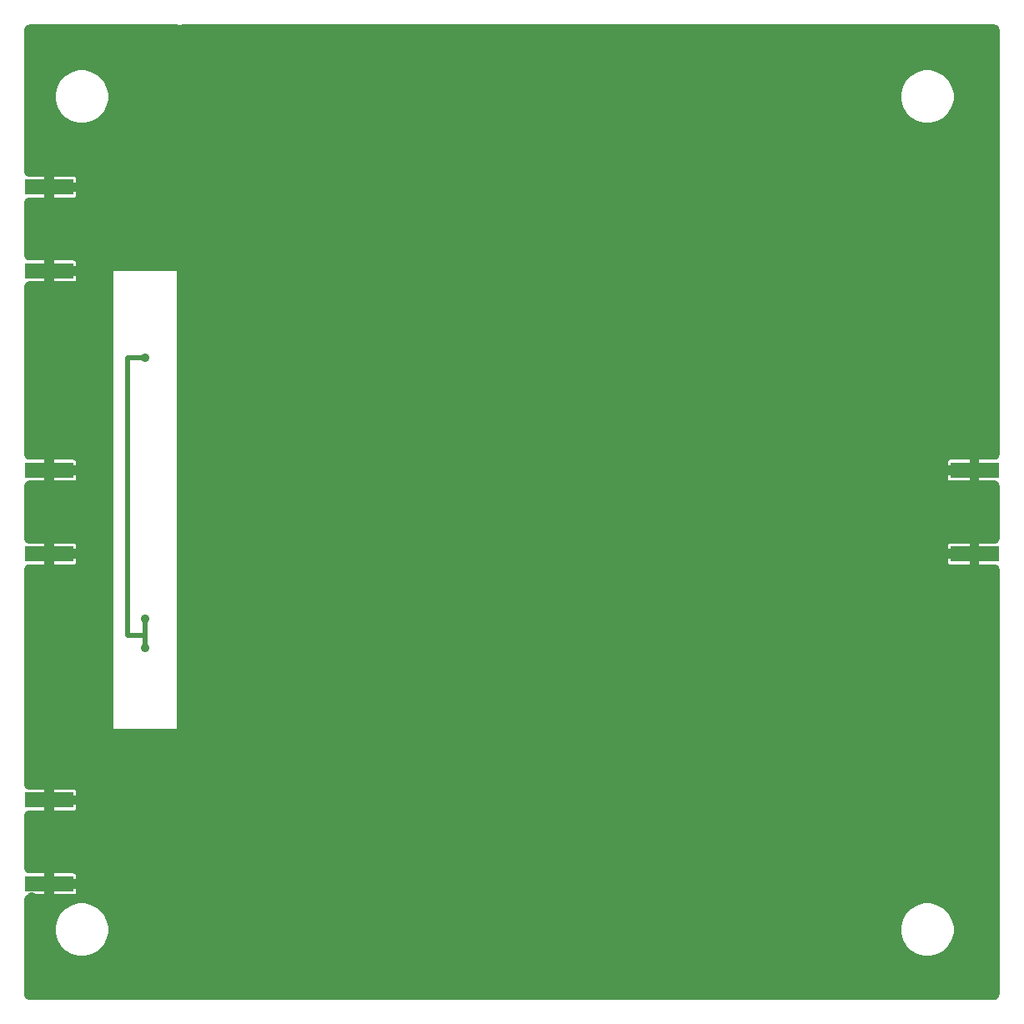
<source format=gbr>
G04 EAGLE Gerber X2 export*
G75*
%MOMM*%
%FSLAX34Y34*%
%LPD*%
%AMOC8*
5,1,8,0,0,1.08239X$1,22.5*%
G01*
%ADD10R,4.902200X1.600200*%
%ADD11C,0.914400*%
%ADD12C,0.508000*%

G36*
X990185Y5012D02*
X990185Y5012D01*
X990370Y5014D01*
X990500Y5032D01*
X990631Y5041D01*
X990812Y5076D01*
X990996Y5101D01*
X991122Y5135D01*
X991252Y5160D01*
X991428Y5218D01*
X991606Y5266D01*
X991727Y5316D01*
X991852Y5357D01*
X992020Y5436D01*
X992190Y5506D01*
X992305Y5571D01*
X992423Y5627D01*
X992579Y5727D01*
X992740Y5819D01*
X992845Y5897D01*
X992956Y5968D01*
X993098Y6087D01*
X993246Y6198D01*
X993340Y6289D01*
X993441Y6373D01*
X993567Y6509D01*
X993700Y6638D01*
X993782Y6740D01*
X993871Y6837D01*
X993979Y6987D01*
X994094Y7131D01*
X994163Y7244D01*
X994239Y7350D01*
X994327Y7513D01*
X994424Y7671D01*
X994477Y7791D01*
X994540Y7906D01*
X994606Y8079D01*
X994682Y8248D01*
X994720Y8373D01*
X994768Y8496D01*
X994812Y8676D01*
X994866Y8853D01*
X994888Y8982D01*
X994919Y9110D01*
X994941Y9293D01*
X994972Y9476D01*
X994980Y9629D01*
X994992Y9737D01*
X994991Y9846D01*
X994999Y10000D01*
X994999Y441914D01*
X994988Y442099D01*
X994986Y442284D01*
X994968Y442414D01*
X994959Y442545D01*
X994924Y442726D01*
X994899Y442910D01*
X994865Y443036D01*
X994840Y443166D01*
X994782Y443342D01*
X994734Y443520D01*
X994684Y443641D01*
X994643Y443766D01*
X994564Y443934D01*
X994494Y444104D01*
X994429Y444219D01*
X994373Y444337D01*
X994273Y444493D01*
X994182Y444654D01*
X994103Y444759D01*
X994032Y444870D01*
X993913Y445012D01*
X993802Y445160D01*
X993711Y445254D01*
X993627Y445355D01*
X993491Y445481D01*
X993362Y445614D01*
X993260Y445696D01*
X993163Y445785D01*
X993013Y445893D01*
X992869Y446008D01*
X992756Y446077D01*
X992650Y446153D01*
X992487Y446241D01*
X992329Y446338D01*
X992209Y446391D01*
X992094Y446454D01*
X991921Y446520D01*
X991752Y446596D01*
X991627Y446634D01*
X991504Y446682D01*
X991324Y446726D01*
X991147Y446780D01*
X991018Y446802D01*
X990890Y446833D01*
X990707Y446855D01*
X990524Y446886D01*
X990371Y446894D01*
X990263Y446906D01*
X990154Y446905D01*
X990000Y446913D01*
X974608Y446913D01*
X974608Y457455D01*
X974608Y467997D01*
X990000Y467997D01*
X990185Y468008D01*
X990370Y468010D01*
X990500Y468028D01*
X990631Y468037D01*
X990812Y468072D01*
X990996Y468097D01*
X991122Y468131D01*
X991252Y468156D01*
X991428Y468214D01*
X991606Y468262D01*
X991727Y468312D01*
X991852Y468353D01*
X992020Y468432D01*
X992190Y468502D01*
X992305Y468567D01*
X992423Y468623D01*
X992579Y468723D01*
X992740Y468814D01*
X992845Y468893D01*
X992956Y468964D01*
X993098Y469083D01*
X993246Y469194D01*
X993340Y469285D01*
X993441Y469369D01*
X993567Y469505D01*
X993700Y469634D01*
X993782Y469736D01*
X993871Y469833D01*
X993979Y469983D01*
X994094Y470127D01*
X994163Y470240D01*
X994239Y470346D01*
X994327Y470509D01*
X994424Y470667D01*
X994477Y470787D01*
X994540Y470902D01*
X994606Y471075D01*
X994682Y471244D01*
X994720Y471369D01*
X994768Y471492D01*
X994812Y471672D01*
X994866Y471849D01*
X994888Y471978D01*
X994919Y472106D01*
X994941Y472289D01*
X994972Y472472D01*
X994980Y472625D01*
X994992Y472733D01*
X994991Y472842D01*
X994999Y472996D01*
X994999Y527004D01*
X994988Y527189D01*
X994986Y527374D01*
X994968Y527504D01*
X994959Y527635D01*
X994924Y527816D01*
X994899Y528000D01*
X994865Y528126D01*
X994840Y528256D01*
X994782Y528432D01*
X994734Y528610D01*
X994684Y528731D01*
X994643Y528856D01*
X994564Y529024D01*
X994494Y529194D01*
X994429Y529309D01*
X994373Y529427D01*
X994273Y529583D01*
X994182Y529744D01*
X994103Y529849D01*
X994032Y529960D01*
X993913Y530102D01*
X993802Y530250D01*
X993711Y530344D01*
X993627Y530445D01*
X993491Y530571D01*
X993362Y530704D01*
X993260Y530786D01*
X993163Y530875D01*
X993013Y530983D01*
X992869Y531098D01*
X992756Y531167D01*
X992650Y531243D01*
X992487Y531331D01*
X992329Y531428D01*
X992209Y531481D01*
X992094Y531544D01*
X991921Y531610D01*
X991752Y531686D01*
X991627Y531724D01*
X991504Y531772D01*
X991324Y531816D01*
X991147Y531870D01*
X991018Y531892D01*
X990890Y531923D01*
X990707Y531945D01*
X990524Y531976D01*
X990371Y531984D01*
X990263Y531996D01*
X990154Y531995D01*
X990000Y532003D01*
X974608Y532003D01*
X974608Y542545D01*
X974608Y553087D01*
X990000Y553087D01*
X990185Y553098D01*
X990370Y553100D01*
X990500Y553118D01*
X990631Y553127D01*
X990812Y553162D01*
X990996Y553187D01*
X991122Y553221D01*
X991252Y553246D01*
X991428Y553304D01*
X991606Y553352D01*
X991727Y553402D01*
X991852Y553443D01*
X992020Y553522D01*
X992190Y553592D01*
X992305Y553657D01*
X992423Y553713D01*
X992579Y553813D01*
X992740Y553904D01*
X992845Y553983D01*
X992956Y554054D01*
X993098Y554173D01*
X993246Y554284D01*
X993340Y554375D01*
X993441Y554459D01*
X993567Y554595D01*
X993700Y554724D01*
X993782Y554826D01*
X993871Y554923D01*
X993979Y555073D01*
X994094Y555217D01*
X994163Y555330D01*
X994239Y555436D01*
X994327Y555599D01*
X994424Y555757D01*
X994477Y555877D01*
X994540Y555992D01*
X994606Y556165D01*
X994682Y556334D01*
X994720Y556459D01*
X994768Y556582D01*
X994812Y556762D01*
X994866Y556939D01*
X994888Y557068D01*
X994919Y557196D01*
X994941Y557379D01*
X994972Y557562D01*
X994980Y557715D01*
X994992Y557823D01*
X994991Y557932D01*
X994999Y558086D01*
X994999Y990000D01*
X994988Y990185D01*
X994986Y990370D01*
X994968Y990500D01*
X994959Y990631D01*
X994924Y990812D01*
X994899Y990996D01*
X994865Y991122D01*
X994840Y991252D01*
X994782Y991428D01*
X994734Y991606D01*
X994684Y991727D01*
X994643Y991852D01*
X994564Y992020D01*
X994494Y992190D01*
X994429Y992305D01*
X994373Y992423D01*
X994273Y992579D01*
X994182Y992740D01*
X994103Y992845D01*
X994032Y992956D01*
X993913Y993098D01*
X993802Y993246D01*
X993711Y993340D01*
X993627Y993441D01*
X993491Y993567D01*
X993362Y993700D01*
X993260Y993782D01*
X993163Y993871D01*
X993013Y993979D01*
X992869Y994094D01*
X992756Y994163D01*
X992650Y994239D01*
X992487Y994327D01*
X992329Y994424D01*
X992209Y994477D01*
X992094Y994540D01*
X991921Y994606D01*
X991752Y994682D01*
X991627Y994720D01*
X991504Y994768D01*
X991324Y994812D01*
X991147Y994866D01*
X991018Y994888D01*
X990890Y994919D01*
X990707Y994941D01*
X990524Y994972D01*
X990371Y994980D01*
X990263Y994992D01*
X990154Y994991D01*
X990000Y994999D01*
X165000Y994999D01*
X164815Y994988D01*
X164630Y994986D01*
X164500Y994968D01*
X164369Y994959D01*
X164188Y994924D01*
X164004Y994899D01*
X163878Y994865D01*
X163748Y994840D01*
X163572Y994782D01*
X163394Y994734D01*
X163273Y994684D01*
X163148Y994643D01*
X162980Y994564D01*
X162810Y994494D01*
X162695Y994429D01*
X162577Y994373D01*
X162497Y994322D01*
X162487Y994327D01*
X162329Y994424D01*
X162209Y994477D01*
X162094Y994540D01*
X161921Y994606D01*
X161752Y994682D01*
X161627Y994720D01*
X161504Y994768D01*
X161324Y994812D01*
X161147Y994866D01*
X161018Y994888D01*
X160890Y994919D01*
X160707Y994941D01*
X160524Y994972D01*
X160371Y994980D01*
X160263Y994992D01*
X160154Y994991D01*
X160000Y994999D01*
X10000Y994999D01*
X9815Y994988D01*
X9630Y994986D01*
X9500Y994968D01*
X9369Y994959D01*
X9188Y994924D01*
X9004Y994899D01*
X8878Y994865D01*
X8748Y994840D01*
X8572Y994782D01*
X8394Y994734D01*
X8273Y994684D01*
X8148Y994643D01*
X7980Y994564D01*
X7810Y994494D01*
X7695Y994429D01*
X7577Y994373D01*
X7421Y994273D01*
X7260Y994182D01*
X7155Y994103D01*
X7044Y994032D01*
X6902Y993913D01*
X6754Y993802D01*
X6660Y993711D01*
X6559Y993627D01*
X6433Y993491D01*
X6300Y993362D01*
X6218Y993260D01*
X6129Y993163D01*
X6021Y993013D01*
X5906Y992869D01*
X5837Y992756D01*
X5761Y992650D01*
X5673Y992487D01*
X5576Y992329D01*
X5523Y992209D01*
X5460Y992094D01*
X5394Y991921D01*
X5318Y991752D01*
X5280Y991627D01*
X5232Y991504D01*
X5188Y991324D01*
X5134Y991147D01*
X5112Y991018D01*
X5081Y990890D01*
X5059Y990707D01*
X5028Y990524D01*
X5020Y990371D01*
X5008Y990263D01*
X5009Y990154D01*
X5001Y990000D01*
X5001Y845486D01*
X5012Y845301D01*
X5014Y845116D01*
X5032Y844986D01*
X5041Y844855D01*
X5076Y844674D01*
X5101Y844490D01*
X5135Y844364D01*
X5160Y844234D01*
X5218Y844058D01*
X5266Y843880D01*
X5316Y843759D01*
X5357Y843634D01*
X5436Y843466D01*
X5506Y843296D01*
X5571Y843181D01*
X5627Y843063D01*
X5727Y842907D01*
X5819Y842746D01*
X5897Y842641D01*
X5968Y842530D01*
X6087Y842388D01*
X6198Y842240D01*
X6289Y842146D01*
X6373Y842045D01*
X6509Y841919D01*
X6638Y841786D01*
X6740Y841704D01*
X6837Y841615D01*
X6987Y841507D01*
X7131Y841392D01*
X7244Y841323D01*
X7350Y841247D01*
X7513Y841159D01*
X7671Y841062D01*
X7791Y841009D01*
X7906Y840946D01*
X8079Y840880D01*
X8248Y840804D01*
X8373Y840766D01*
X8496Y840718D01*
X8676Y840674D01*
X8853Y840620D01*
X8982Y840598D01*
X9110Y840567D01*
X9293Y840545D01*
X9476Y840514D01*
X9629Y840506D01*
X9737Y840494D01*
X9846Y840495D01*
X10000Y840487D01*
X25392Y840487D01*
X25392Y829945D01*
X25392Y819403D01*
X10000Y819403D01*
X9815Y819392D01*
X9630Y819390D01*
X9500Y819372D01*
X9369Y819363D01*
X9188Y819328D01*
X9004Y819303D01*
X8878Y819269D01*
X8748Y819244D01*
X8572Y819186D01*
X8394Y819138D01*
X8273Y819088D01*
X8148Y819047D01*
X7980Y818968D01*
X7810Y818898D01*
X7695Y818833D01*
X7577Y818777D01*
X7421Y818677D01*
X7260Y818586D01*
X7155Y818507D01*
X7044Y818436D01*
X6902Y818317D01*
X6754Y818206D01*
X6660Y818115D01*
X6559Y818031D01*
X6433Y817895D01*
X6300Y817766D01*
X6218Y817664D01*
X6129Y817567D01*
X6021Y817417D01*
X5906Y817273D01*
X5837Y817160D01*
X5761Y817054D01*
X5673Y816891D01*
X5576Y816733D01*
X5523Y816613D01*
X5460Y816498D01*
X5394Y816325D01*
X5318Y816156D01*
X5280Y816031D01*
X5232Y815908D01*
X5188Y815728D01*
X5134Y815551D01*
X5112Y815422D01*
X5081Y815294D01*
X5059Y815111D01*
X5028Y814928D01*
X5020Y814775D01*
X5008Y814667D01*
X5009Y814558D01*
X5001Y814404D01*
X5001Y760396D01*
X5012Y760211D01*
X5014Y760026D01*
X5032Y759896D01*
X5041Y759765D01*
X5076Y759584D01*
X5101Y759400D01*
X5135Y759274D01*
X5160Y759144D01*
X5218Y758968D01*
X5266Y758790D01*
X5316Y758669D01*
X5357Y758544D01*
X5436Y758376D01*
X5506Y758206D01*
X5571Y758091D01*
X5627Y757973D01*
X5727Y757817D01*
X5818Y757656D01*
X5897Y757551D01*
X5968Y757440D01*
X6087Y757298D01*
X6198Y757150D01*
X6289Y757056D01*
X6373Y756955D01*
X6509Y756829D01*
X6638Y756696D01*
X6740Y756614D01*
X6837Y756525D01*
X6987Y756417D01*
X7131Y756302D01*
X7244Y756233D01*
X7350Y756157D01*
X7513Y756069D01*
X7671Y755972D01*
X7791Y755919D01*
X7906Y755856D01*
X8079Y755790D01*
X8248Y755714D01*
X8373Y755676D01*
X8496Y755628D01*
X8676Y755584D01*
X8853Y755530D01*
X8982Y755508D01*
X9110Y755477D01*
X9293Y755455D01*
X9476Y755424D01*
X9629Y755416D01*
X9737Y755404D01*
X9846Y755405D01*
X10000Y755397D01*
X25392Y755397D01*
X25392Y744855D01*
X25392Y734313D01*
X10000Y734313D01*
X9815Y734302D01*
X9630Y734300D01*
X9500Y734282D01*
X9369Y734273D01*
X9188Y734238D01*
X9004Y734213D01*
X8878Y734179D01*
X8748Y734154D01*
X8572Y734096D01*
X8394Y734048D01*
X8273Y733998D01*
X8148Y733957D01*
X7980Y733878D01*
X7810Y733808D01*
X7695Y733743D01*
X7577Y733687D01*
X7421Y733587D01*
X7260Y733496D01*
X7155Y733417D01*
X7044Y733346D01*
X6902Y733227D01*
X6754Y733116D01*
X6660Y733025D01*
X6559Y732941D01*
X6433Y732805D01*
X6300Y732676D01*
X6218Y732574D01*
X6129Y732477D01*
X6021Y732327D01*
X5906Y732183D01*
X5837Y732070D01*
X5761Y731964D01*
X5673Y731801D01*
X5576Y731643D01*
X5523Y731523D01*
X5460Y731408D01*
X5394Y731235D01*
X5318Y731066D01*
X5280Y730941D01*
X5232Y730818D01*
X5188Y730638D01*
X5134Y730461D01*
X5112Y730332D01*
X5081Y730204D01*
X5059Y730021D01*
X5028Y729838D01*
X5020Y729685D01*
X5008Y729577D01*
X5009Y729468D01*
X5001Y729314D01*
X5001Y558086D01*
X5012Y557901D01*
X5014Y557716D01*
X5032Y557586D01*
X5041Y557455D01*
X5076Y557274D01*
X5101Y557090D01*
X5135Y556964D01*
X5160Y556834D01*
X5218Y556658D01*
X5266Y556480D01*
X5316Y556359D01*
X5357Y556234D01*
X5436Y556066D01*
X5506Y555896D01*
X5571Y555781D01*
X5627Y555663D01*
X5727Y555507D01*
X5819Y555346D01*
X5897Y555241D01*
X5968Y555130D01*
X6087Y554988D01*
X6198Y554840D01*
X6289Y554746D01*
X6373Y554645D01*
X6509Y554519D01*
X6638Y554386D01*
X6740Y554304D01*
X6837Y554215D01*
X6987Y554107D01*
X7131Y553992D01*
X7244Y553923D01*
X7350Y553847D01*
X7513Y553759D01*
X7671Y553662D01*
X7791Y553609D01*
X7906Y553546D01*
X8079Y553480D01*
X8248Y553404D01*
X8373Y553366D01*
X8496Y553318D01*
X8676Y553274D01*
X8853Y553220D01*
X8982Y553198D01*
X9110Y553167D01*
X9293Y553145D01*
X9476Y553114D01*
X9629Y553106D01*
X9737Y553094D01*
X9846Y553095D01*
X10000Y553087D01*
X25392Y553087D01*
X25392Y542545D01*
X25392Y532003D01*
X10000Y532003D01*
X9815Y531992D01*
X9630Y531990D01*
X9500Y531972D01*
X9369Y531963D01*
X9188Y531928D01*
X9004Y531903D01*
X8878Y531869D01*
X8748Y531844D01*
X8572Y531786D01*
X8394Y531738D01*
X8273Y531688D01*
X8148Y531647D01*
X7980Y531568D01*
X7810Y531498D01*
X7695Y531433D01*
X7577Y531377D01*
X7421Y531277D01*
X7260Y531186D01*
X7155Y531107D01*
X7044Y531036D01*
X6902Y530917D01*
X6754Y530806D01*
X6660Y530715D01*
X6559Y530631D01*
X6433Y530495D01*
X6300Y530366D01*
X6218Y530264D01*
X6129Y530167D01*
X6021Y530017D01*
X5906Y529873D01*
X5837Y529760D01*
X5761Y529654D01*
X5673Y529491D01*
X5576Y529333D01*
X5523Y529213D01*
X5460Y529098D01*
X5394Y528925D01*
X5318Y528756D01*
X5280Y528631D01*
X5232Y528508D01*
X5188Y528328D01*
X5134Y528151D01*
X5112Y528022D01*
X5081Y527894D01*
X5059Y527711D01*
X5028Y527528D01*
X5020Y527375D01*
X5008Y527267D01*
X5009Y527158D01*
X5001Y527004D01*
X5001Y472996D01*
X5012Y472811D01*
X5014Y472626D01*
X5032Y472496D01*
X5041Y472365D01*
X5076Y472184D01*
X5101Y472000D01*
X5135Y471874D01*
X5160Y471744D01*
X5218Y471568D01*
X5266Y471390D01*
X5316Y471269D01*
X5357Y471144D01*
X5436Y470976D01*
X5506Y470806D01*
X5571Y470691D01*
X5627Y470573D01*
X5727Y470417D01*
X5819Y470256D01*
X5897Y470151D01*
X5968Y470040D01*
X6087Y469898D01*
X6198Y469750D01*
X6289Y469656D01*
X6373Y469555D01*
X6509Y469429D01*
X6638Y469296D01*
X6740Y469214D01*
X6837Y469125D01*
X6987Y469017D01*
X7131Y468902D01*
X7244Y468833D01*
X7350Y468757D01*
X7513Y468669D01*
X7671Y468572D01*
X7791Y468519D01*
X7906Y468456D01*
X8079Y468390D01*
X8248Y468314D01*
X8373Y468276D01*
X8496Y468228D01*
X8676Y468184D01*
X8853Y468130D01*
X8982Y468108D01*
X9110Y468077D01*
X9293Y468055D01*
X9476Y468024D01*
X9629Y468016D01*
X9737Y468004D01*
X9846Y468005D01*
X10000Y467997D01*
X25392Y467997D01*
X25392Y457455D01*
X25392Y446913D01*
X10000Y446913D01*
X9815Y446902D01*
X9630Y446900D01*
X9500Y446882D01*
X9369Y446873D01*
X9188Y446838D01*
X9004Y446813D01*
X8878Y446779D01*
X8748Y446754D01*
X8572Y446696D01*
X8394Y446648D01*
X8273Y446598D01*
X8148Y446557D01*
X7980Y446478D01*
X7810Y446408D01*
X7695Y446343D01*
X7577Y446287D01*
X7421Y446187D01*
X7260Y446096D01*
X7155Y446017D01*
X7044Y445946D01*
X6902Y445827D01*
X6754Y445716D01*
X6660Y445625D01*
X6559Y445541D01*
X6433Y445405D01*
X6300Y445276D01*
X6218Y445174D01*
X6129Y445077D01*
X6021Y444927D01*
X5906Y444783D01*
X5837Y444670D01*
X5761Y444564D01*
X5673Y444401D01*
X5576Y444243D01*
X5523Y444123D01*
X5460Y444008D01*
X5394Y443835D01*
X5318Y443666D01*
X5280Y443541D01*
X5232Y443418D01*
X5188Y443238D01*
X5134Y443061D01*
X5112Y442932D01*
X5081Y442804D01*
X5059Y442621D01*
X5028Y442438D01*
X5020Y442285D01*
X5008Y442177D01*
X5009Y442068D01*
X5001Y441914D01*
X5001Y223186D01*
X5012Y223001D01*
X5014Y222816D01*
X5032Y222686D01*
X5041Y222555D01*
X5076Y222374D01*
X5101Y222190D01*
X5135Y222064D01*
X5160Y221934D01*
X5218Y221758D01*
X5266Y221580D01*
X5316Y221459D01*
X5357Y221334D01*
X5436Y221166D01*
X5506Y220996D01*
X5571Y220881D01*
X5627Y220763D01*
X5727Y220607D01*
X5819Y220446D01*
X5897Y220341D01*
X5968Y220230D01*
X6087Y220088D01*
X6198Y219940D01*
X6289Y219846D01*
X6373Y219745D01*
X6509Y219619D01*
X6638Y219486D01*
X6740Y219404D01*
X6837Y219315D01*
X6987Y219207D01*
X7131Y219092D01*
X7244Y219023D01*
X7350Y218947D01*
X7513Y218859D01*
X7671Y218762D01*
X7791Y218709D01*
X7906Y218646D01*
X8079Y218580D01*
X8248Y218504D01*
X8373Y218466D01*
X8496Y218418D01*
X8676Y218374D01*
X8853Y218320D01*
X8982Y218298D01*
X9110Y218267D01*
X9293Y218245D01*
X9476Y218214D01*
X9629Y218206D01*
X9737Y218194D01*
X9846Y218195D01*
X10000Y218187D01*
X25392Y218187D01*
X25392Y207645D01*
X25392Y197103D01*
X10000Y197103D01*
X9815Y197092D01*
X9630Y197090D01*
X9500Y197072D01*
X9369Y197063D01*
X9188Y197028D01*
X9004Y197003D01*
X8878Y196969D01*
X8748Y196944D01*
X8572Y196886D01*
X8394Y196838D01*
X8273Y196788D01*
X8148Y196747D01*
X7980Y196668D01*
X7810Y196598D01*
X7695Y196533D01*
X7577Y196477D01*
X7421Y196377D01*
X7260Y196286D01*
X7155Y196207D01*
X7044Y196136D01*
X6902Y196017D01*
X6754Y195906D01*
X6660Y195815D01*
X6559Y195731D01*
X6433Y195595D01*
X6300Y195466D01*
X6218Y195364D01*
X6129Y195267D01*
X6021Y195117D01*
X5906Y194973D01*
X5837Y194860D01*
X5761Y194754D01*
X5673Y194591D01*
X5576Y194433D01*
X5523Y194313D01*
X5460Y194198D01*
X5394Y194025D01*
X5318Y193856D01*
X5280Y193731D01*
X5232Y193608D01*
X5188Y193428D01*
X5134Y193251D01*
X5112Y193122D01*
X5081Y192994D01*
X5059Y192811D01*
X5028Y192628D01*
X5020Y192475D01*
X5008Y192367D01*
X5009Y192258D01*
X5001Y192104D01*
X5001Y138096D01*
X5012Y137911D01*
X5014Y137726D01*
X5032Y137596D01*
X5041Y137465D01*
X5076Y137284D01*
X5101Y137100D01*
X5135Y136974D01*
X5160Y136844D01*
X5218Y136668D01*
X5266Y136490D01*
X5316Y136369D01*
X5357Y136244D01*
X5436Y136076D01*
X5506Y135906D01*
X5571Y135791D01*
X5627Y135673D01*
X5727Y135517D01*
X5819Y135356D01*
X5897Y135251D01*
X5968Y135140D01*
X6087Y134998D01*
X6198Y134850D01*
X6289Y134756D01*
X6373Y134655D01*
X6509Y134529D01*
X6638Y134396D01*
X6740Y134314D01*
X6837Y134225D01*
X6987Y134117D01*
X7131Y134002D01*
X7244Y133933D01*
X7350Y133857D01*
X7513Y133769D01*
X7671Y133672D01*
X7791Y133619D01*
X7906Y133556D01*
X8079Y133490D01*
X8248Y133414D01*
X8373Y133376D01*
X8496Y133328D01*
X8676Y133284D01*
X8853Y133230D01*
X8982Y133208D01*
X9110Y133177D01*
X9293Y133155D01*
X9476Y133124D01*
X9629Y133116D01*
X9737Y133104D01*
X9846Y133105D01*
X10000Y133097D01*
X25392Y133097D01*
X25392Y122555D01*
X25392Y112013D01*
X10000Y112013D01*
X9815Y112002D01*
X9630Y112000D01*
X9500Y111982D01*
X9369Y111973D01*
X9188Y111938D01*
X9004Y111913D01*
X8878Y111879D01*
X8748Y111854D01*
X8572Y111796D01*
X8394Y111748D01*
X8273Y111698D01*
X8148Y111657D01*
X7980Y111578D01*
X7810Y111508D01*
X7695Y111443D01*
X7577Y111387D01*
X7421Y111287D01*
X7260Y111196D01*
X7155Y111117D01*
X7044Y111046D01*
X6902Y110927D01*
X6754Y110816D01*
X6660Y110725D01*
X6559Y110641D01*
X6433Y110505D01*
X6300Y110376D01*
X6218Y110274D01*
X6129Y110177D01*
X6021Y110027D01*
X5906Y109883D01*
X5837Y109770D01*
X5761Y109664D01*
X5673Y109501D01*
X5576Y109343D01*
X5523Y109223D01*
X5460Y109108D01*
X5394Y108935D01*
X5318Y108766D01*
X5280Y108641D01*
X5232Y108518D01*
X5188Y108338D01*
X5134Y108161D01*
X5112Y108032D01*
X5081Y107904D01*
X5059Y107721D01*
X5028Y107538D01*
X5020Y107385D01*
X5008Y107277D01*
X5009Y107168D01*
X5001Y107014D01*
X5001Y10000D01*
X5012Y9815D01*
X5014Y9630D01*
X5032Y9500D01*
X5041Y9369D01*
X5076Y9188D01*
X5101Y9004D01*
X5135Y8878D01*
X5160Y8748D01*
X5218Y8572D01*
X5266Y8394D01*
X5316Y8273D01*
X5357Y8148D01*
X5436Y7980D01*
X5506Y7810D01*
X5571Y7695D01*
X5627Y7577D01*
X5727Y7421D01*
X5819Y7260D01*
X5897Y7155D01*
X5968Y7044D01*
X6087Y6902D01*
X6198Y6754D01*
X6289Y6660D01*
X6373Y6559D01*
X6509Y6433D01*
X6638Y6300D01*
X6740Y6218D01*
X6837Y6129D01*
X6987Y6021D01*
X7131Y5906D01*
X7244Y5837D01*
X7350Y5761D01*
X7513Y5673D01*
X7671Y5576D01*
X7791Y5523D01*
X7906Y5460D01*
X8079Y5394D01*
X8248Y5318D01*
X8373Y5280D01*
X8496Y5232D01*
X8676Y5188D01*
X8853Y5134D01*
X8982Y5112D01*
X9110Y5081D01*
X9293Y5059D01*
X9476Y5028D01*
X9629Y5020D01*
X9737Y5008D01*
X9846Y5009D01*
X10000Y5001D01*
X990000Y5001D01*
X990185Y5012D01*
G37*
%LPC*%
G36*
X94999Y279999D02*
X94999Y279999D01*
X94999Y745001D01*
X160000Y745001D01*
X160001Y745001D01*
X160001Y279999D01*
X94999Y279999D01*
G37*
%LPD*%
%LPC*%
G36*
X918534Y895540D02*
X918534Y895540D01*
X911799Y897344D01*
X905761Y900831D01*
X900831Y905761D01*
X897344Y911799D01*
X895540Y918534D01*
X895540Y925506D01*
X897344Y932241D01*
X900831Y938279D01*
X905761Y943209D01*
X911799Y946696D01*
X918534Y948500D01*
X925506Y948500D01*
X932241Y946696D01*
X938279Y943209D01*
X943209Y938279D01*
X946696Y932241D01*
X948500Y925506D01*
X948500Y918534D01*
X946696Y911799D01*
X943209Y905761D01*
X938279Y900831D01*
X932241Y897344D01*
X925506Y895540D01*
X918534Y895540D01*
G37*
%LPD*%
%LPC*%
G36*
X918534Y49720D02*
X918534Y49720D01*
X911799Y51524D01*
X905761Y55011D01*
X900831Y59941D01*
X897344Y65979D01*
X895540Y72714D01*
X895540Y79686D01*
X897344Y86421D01*
X900831Y92459D01*
X905761Y97389D01*
X911799Y100876D01*
X918534Y102680D01*
X925506Y102680D01*
X932241Y100876D01*
X938279Y97389D01*
X943209Y92459D01*
X946696Y86421D01*
X948500Y79686D01*
X948500Y72714D01*
X946696Y65979D01*
X943209Y59941D01*
X938279Y55011D01*
X932241Y51524D01*
X925506Y49720D01*
X918534Y49720D01*
G37*
%LPD*%
%LPC*%
G36*
X60014Y49720D02*
X60014Y49720D01*
X53279Y51524D01*
X47241Y55011D01*
X42311Y59941D01*
X38824Y65979D01*
X37020Y72714D01*
X37020Y79686D01*
X38824Y86421D01*
X42311Y92459D01*
X47241Y97389D01*
X53279Y100876D01*
X60014Y102680D01*
X66986Y102680D01*
X73721Y100876D01*
X79759Y97389D01*
X84689Y92459D01*
X85671Y90760D01*
X88176Y86421D01*
X89980Y79686D01*
X89980Y72714D01*
X88176Y65979D01*
X85671Y61640D01*
X84689Y59941D01*
X79759Y55011D01*
X73721Y51524D01*
X66986Y49720D01*
X60014Y49720D01*
G37*
%LPD*%
%LPC*%
G36*
X60014Y895540D02*
X60014Y895540D01*
X53279Y897344D01*
X47241Y900831D01*
X42311Y905761D01*
X38824Y911799D01*
X37020Y918534D01*
X37020Y925506D01*
X38824Y932241D01*
X42311Y938279D01*
X47241Y943209D01*
X53279Y946696D01*
X60014Y948500D01*
X66986Y948500D01*
X73721Y946696D01*
X79759Y943209D01*
X84689Y938279D01*
X85671Y936580D01*
X88176Y932241D01*
X89980Y925506D01*
X89980Y918534D01*
X88176Y911799D01*
X85671Y907460D01*
X84689Y905761D01*
X79759Y900831D01*
X73721Y897344D01*
X66986Y895540D01*
X60014Y895540D01*
G37*
%LPD*%
%LPC*%
G36*
X35390Y834944D02*
X35390Y834944D01*
X35390Y840487D01*
X55152Y840487D01*
X55643Y840389D01*
X56106Y840198D01*
X56522Y839920D01*
X56876Y839566D01*
X57154Y839150D01*
X57345Y838687D01*
X57443Y838196D01*
X57443Y834944D01*
X35390Y834944D01*
G37*
%LPD*%
%LPC*%
G36*
X35390Y749854D02*
X35390Y749854D01*
X35390Y755397D01*
X55152Y755397D01*
X55643Y755299D01*
X56106Y755108D01*
X56522Y754830D01*
X56876Y754476D01*
X57154Y754060D01*
X57345Y753597D01*
X57443Y753106D01*
X57443Y749854D01*
X35390Y749854D01*
G37*
%LPD*%
%LPC*%
G36*
X35390Y547544D02*
X35390Y547544D01*
X35390Y553087D01*
X55152Y553087D01*
X55643Y552989D01*
X56106Y552798D01*
X56522Y552520D01*
X56876Y552166D01*
X57154Y551750D01*
X57345Y551287D01*
X57443Y550796D01*
X57443Y547544D01*
X35390Y547544D01*
G37*
%LPD*%
%LPC*%
G36*
X35390Y462454D02*
X35390Y462454D01*
X35390Y467997D01*
X55152Y467997D01*
X55643Y467899D01*
X56106Y467708D01*
X56522Y467430D01*
X56876Y467076D01*
X57154Y466660D01*
X57345Y466197D01*
X57443Y465706D01*
X57443Y462454D01*
X35390Y462454D01*
G37*
%LPD*%
%LPC*%
G36*
X35390Y212644D02*
X35390Y212644D01*
X35390Y218187D01*
X55152Y218187D01*
X55643Y218089D01*
X56106Y217898D01*
X56522Y217620D01*
X56876Y217266D01*
X57154Y216850D01*
X57345Y216387D01*
X57443Y215896D01*
X57443Y212644D01*
X35390Y212644D01*
G37*
%LPD*%
%LPC*%
G36*
X35390Y127554D02*
X35390Y127554D01*
X35390Y133097D01*
X55152Y133097D01*
X55643Y132999D01*
X56106Y132808D01*
X56522Y132530D01*
X56876Y132176D01*
X57154Y131760D01*
X57345Y131297D01*
X57443Y130806D01*
X57443Y127554D01*
X35390Y127554D01*
G37*
%LPD*%
%LPC*%
G36*
X942557Y547544D02*
X942557Y547544D01*
X942557Y550796D01*
X942655Y551287D01*
X942846Y551750D01*
X943124Y552166D01*
X943478Y552520D01*
X943894Y552798D01*
X944357Y552989D01*
X944848Y553087D01*
X964609Y553087D01*
X964609Y547544D01*
X942557Y547544D01*
G37*
%LPD*%
%LPC*%
G36*
X942557Y462454D02*
X942557Y462454D01*
X942557Y465706D01*
X942655Y466197D01*
X942846Y466660D01*
X943124Y467076D01*
X943478Y467430D01*
X943894Y467708D01*
X944357Y467899D01*
X944848Y467997D01*
X964609Y467997D01*
X964609Y462454D01*
X942557Y462454D01*
G37*
%LPD*%
%LPC*%
G36*
X944848Y532003D02*
X944848Y532003D01*
X944357Y532101D01*
X943894Y532292D01*
X943478Y532570D01*
X943124Y532924D01*
X942846Y533340D01*
X942655Y533803D01*
X942557Y534294D01*
X942557Y537546D01*
X964609Y537546D01*
X964609Y532003D01*
X944848Y532003D01*
G37*
%LPD*%
%LPC*%
G36*
X944848Y446913D02*
X944848Y446913D01*
X944357Y447011D01*
X943894Y447202D01*
X943478Y447480D01*
X943124Y447834D01*
X942846Y448250D01*
X942655Y448713D01*
X942557Y449204D01*
X942557Y452456D01*
X964609Y452456D01*
X964609Y446913D01*
X944848Y446913D01*
G37*
%LPD*%
%LPC*%
G36*
X35390Y819403D02*
X35390Y819403D01*
X35390Y824946D01*
X57443Y824946D01*
X57443Y821694D01*
X57345Y821203D01*
X57154Y820740D01*
X56876Y820324D01*
X56522Y819970D01*
X56106Y819692D01*
X55643Y819501D01*
X55152Y819403D01*
X35390Y819403D01*
G37*
%LPD*%
%LPC*%
G36*
X35390Y734313D02*
X35390Y734313D01*
X35390Y739856D01*
X57443Y739856D01*
X57443Y736604D01*
X57345Y736113D01*
X57154Y735650D01*
X56876Y735234D01*
X56522Y734880D01*
X56106Y734602D01*
X55643Y734411D01*
X55152Y734313D01*
X35390Y734313D01*
G37*
%LPD*%
%LPC*%
G36*
X35390Y532003D02*
X35390Y532003D01*
X35390Y537546D01*
X57443Y537546D01*
X57443Y534294D01*
X57345Y533803D01*
X57154Y533340D01*
X56876Y532924D01*
X56522Y532570D01*
X56106Y532292D01*
X55643Y532101D01*
X55152Y532003D01*
X35390Y532003D01*
G37*
%LPD*%
%LPC*%
G36*
X35390Y446913D02*
X35390Y446913D01*
X35390Y452456D01*
X57443Y452456D01*
X57443Y449204D01*
X57345Y448713D01*
X57154Y448250D01*
X56876Y447834D01*
X56522Y447480D01*
X56106Y447202D01*
X55643Y447011D01*
X55152Y446913D01*
X35390Y446913D01*
G37*
%LPD*%
%LPC*%
G36*
X35390Y197103D02*
X35390Y197103D01*
X35390Y202646D01*
X57443Y202646D01*
X57443Y199394D01*
X57345Y198903D01*
X57154Y198440D01*
X56876Y198024D01*
X56522Y197670D01*
X56106Y197392D01*
X55643Y197201D01*
X55152Y197103D01*
X35390Y197103D01*
G37*
%LPD*%
%LPC*%
G36*
X35390Y112013D02*
X35390Y112013D01*
X35390Y117556D01*
X57443Y117556D01*
X57443Y114304D01*
X57345Y113813D01*
X57154Y113350D01*
X56876Y112934D01*
X56522Y112580D01*
X56106Y112302D01*
X55643Y112111D01*
X55152Y112013D01*
X35390Y112013D01*
G37*
%LPD*%
D10*
X30391Y829945D03*
X30391Y744855D03*
X30391Y542545D03*
X30391Y457455D03*
X30391Y207645D03*
X30391Y122555D03*
X969609Y457455D03*
X969609Y542545D03*
D11*
X12700Y985520D03*
X12700Y888238D03*
X12700Y693674D03*
X12700Y596392D03*
X12700Y401828D03*
X12700Y304546D03*
X12700Y109982D03*
X12700Y12700D03*
X109982Y12700D03*
X207264Y12700D03*
X304546Y12700D03*
X401828Y12700D03*
X499110Y12700D03*
X596392Y12700D03*
X693674Y12700D03*
X790956Y12700D03*
X888238Y12700D03*
X985520Y12700D03*
X985520Y109982D03*
X985520Y207264D03*
X985520Y304546D03*
X985520Y401828D03*
X985520Y596392D03*
X985520Y693674D03*
X985520Y790956D03*
X985520Y888238D03*
X985520Y985520D03*
X888238Y985520D03*
X790956Y985520D03*
X693674Y985520D03*
X596392Y985520D03*
X499110Y985520D03*
X401828Y985520D03*
X304546Y985520D03*
X207264Y985520D03*
X109982Y985520D03*
X127700Y656828D03*
X127700Y391828D03*
X127700Y361828D03*
D12*
X127700Y375000D01*
X127700Y391828D01*
X127700Y656828D02*
X110000Y656828D01*
X110000Y375000D01*
X127700Y375000D01*
M02*

</source>
